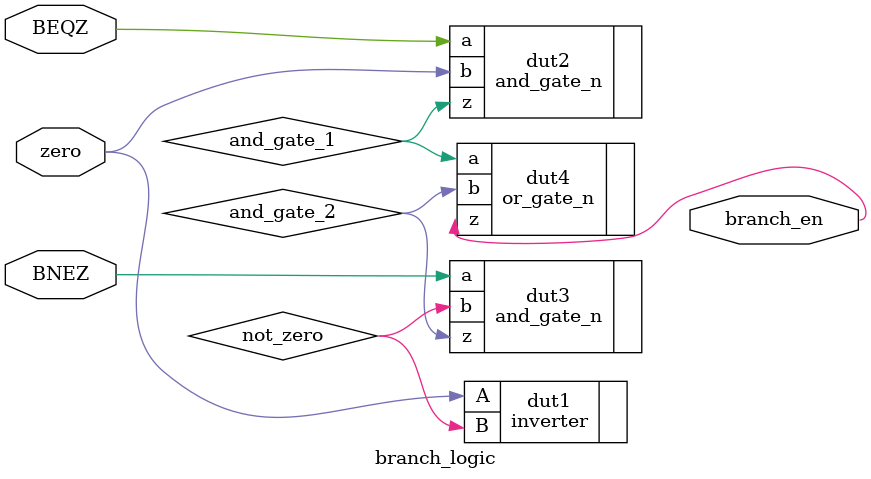
<source format=v>
module branch_logic(BEQZ, zero, BNEZ, branch_en); 
	input wire BEQZ;
	input wire BNEZ;
	input wire zero; 
	output wire branch_en; 
	
	wire not_zero; 
	wire and_gate_1;
	wire and_gate_2; 
	
	inverter dut1(
		.A(zero),
		.B(not_zero)
    );		
	
	and_gate_n dut2(
		.a(BEQZ),
		.b(zero),
		.z(and_gate_1)
	);
	
	and_gate_n dut3(
		.a(BNEZ),
		.b(not_zero),
		.z(and_gate_2)
	);
	
	or_gate_n dut4(
		.a(and_gate_1),
		.b(and_gate_2),
		.z(branch_en) 
	); 
	
endmodule
</source>
